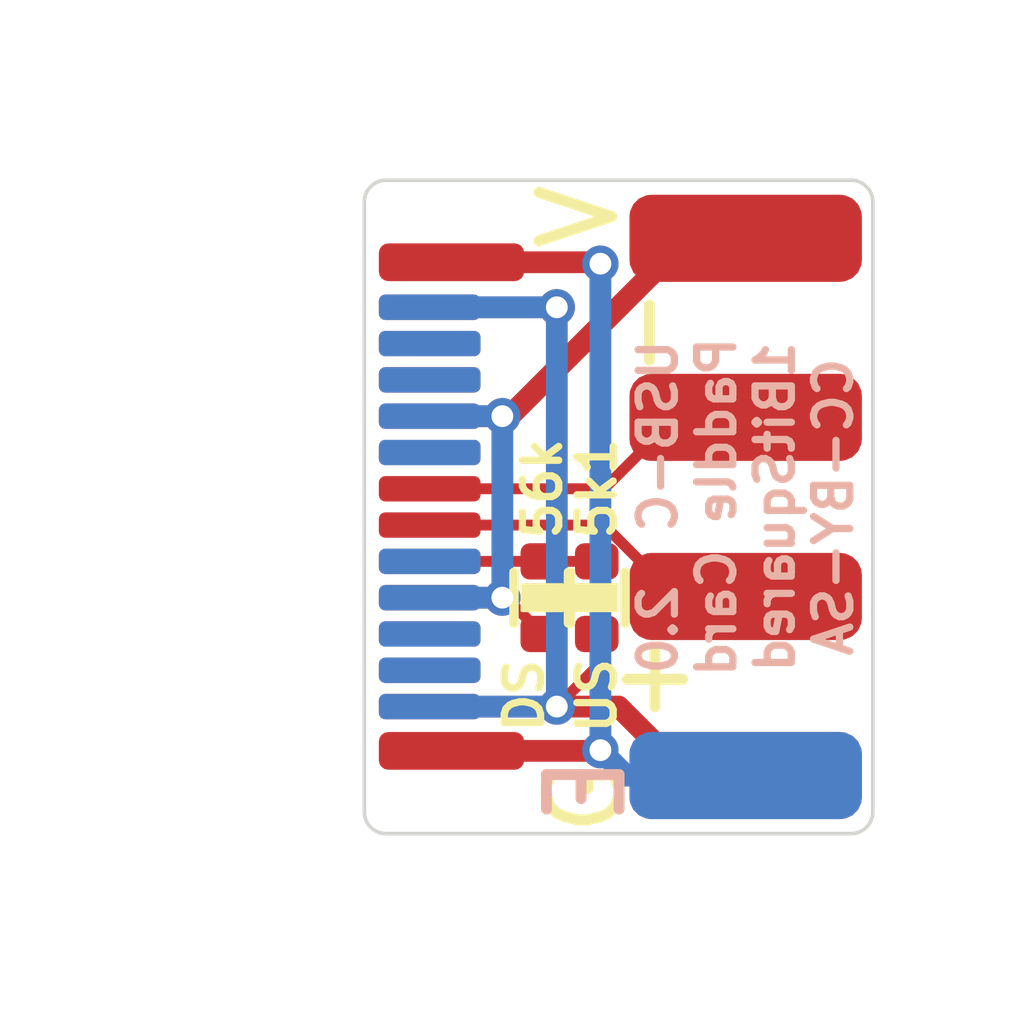
<source format=kicad_pcb>
(kicad_pcb (version 20221018) (generator pcbnew)
  (title_block (title "USB-C Paddle Card") (rev "R1") (company "1BitSquared") (comment 1 "(C) 2020 1BitSquared <info@1bitsquared.com>") (comment 2 "(C) 2020 Piotr Esden-Tempski <piotr@esden.net>"))
  (layers (0 "F.Cu" signal) (31 "B.Cu" signal) (34 "B.Paste" user) (35 "F.Paste" user) (36 "B.SilkS" user "B.Silkscreen") (37 "F.SilkS" user "F.Silkscreen") (38 "B.Mask" user) (39 "F.Mask" user) (44 "Edge.Cuts" user))
  (net 0 "")
  (net 1 "Earth")
  (net 2 "GND")
  (net 3 "Net-(J1-PadB11)")
  (net 4 "Net-(J1-PadB10)")
  (net 5 "VBUS")
  (net 6 "Net-(J1-PadB8)")
  (net 7 "Net-(J1-PadB5)")
  (net 8 "Net-(J1-PadB3)")
  (net 9 "Net-(J1-PadB2)")
  (net 10 "Net-(J1-PadA11)")
  (net 11 "Net-(J1-PadA10)")
  (net 12 "Net-(J1-PadA8)")
  (net 13 "Net-(J1-PadA5)")
  (net 14 "Net-(J1-PadA3)")
  (net 15 "Net-(J1-PadA2)")
  (net 16 "/D-")
  (net 17 "/D+")
  (footprint "pkl_pads:PAD_SMD_1.2x2.5" (layer "F.Cu") (at 34.6 33.7)
    (fp_text reference "P4")
    (fp_text value "PAD_SMD")
    (pad "1" smd roundrect (at -0.35 0) (size 3.2 1.2) (layers "F.Cu" "F.Mask") (net 2 "GND"))
  )
  (footprint "pkl_pads:PAD_SMD_1.2x2.5" (layer "F.Cu") (at 34.6 31.233332)
    (fp_text reference "P3")
    (fp_text value "PAD_SMD")
    (pad "1" smd roundrect (at -0.35 0) (size 3.2 1.2) (layers "F.Cu" "F.Mask") (net 17 "/D+"))
  )
  (footprint "pkl_pads:PAD_SMD_1.2x2.5" (layer "F.Cu") (at 34.6 26.3)
    (fp_text reference "P1")
    (fp_text value "PAD_SMD")
    (pad "1" smd roundrect (at -0.35 0) (size 3.2 1.2) (layers "F.Cu" "F.Mask") (net 5 "VBUS"))
  )
  (footprint "pkl_dipol:R_0402" (layer "F.Cu") (at 32.2 31.25 -90)
    (fp_text reference "R2")
    (fp_text value "5k1")
    (fp_line (start -0.35 -0.39) (end 0.35 -0.39) (stroke (width 0.13)) (layer "F.SilkS"))
    (fp_line (start 0.35 0.39) (end -0.35 0.39) (stroke (width 0.13)) (layer "F.SilkS"))
    (fp_poly (pts (xy -0.175 0.275) (xy -0.175 -0.275) (xy 0.175 -0.275) (xy 0.175 0.275) (xy -0.1 0.275)) (stroke (width 0.05)) (fill solid) (layer "F.SilkS"))
    (pad "1" smd roundrect (at -0.5 0 270) (size 0.5 0.6) (layers "F.Cu" "F.Paste" "F.Mask") (net 13 "Net-(J1-PadA5)"))
    (pad "2" smd roundrect (at 0.5 0 270) (size 0.5 0.6) (layers "F.Cu" "F.Paste" "F.Mask") (net 2 "GND"))
  )
  (footprint "pkl_connectors:USB_C_Plug_CNC_C-AW10-AK5V50" (layer "F.Cu") (at 30 30 90)
    (fp_text reference "J1")
    (fp_text value "USB_C_Receptacle")
    (pad "A1" smd roundrect (at -2.75 -0.1 90) (size 0.35 1.4) (layers "F.Cu" "F.Paste" "F.Mask") (net 2 "GND"))
    (pad "A2" smd roundrect (at -2.25 -0.1 90) (size 0.35 1.4) (layers "F.Cu" "F.Paste" "F.Mask") (net 15 "Net-(J1-PadA2)"))
    (pad "A3" smd roundrect (at -1.75 -0.1 90) (size 0.35 1.4) (layers "F.Cu" "F.Paste" "F.Mask") (net 14 "Net-(J1-PadA3)"))
    (pad "A4" smd roundrect (at -1.25 -0.1 90) (size 0.35 1.4) (layers "F.Cu" "F.Paste" "F.Mask") (net 5 "VBUS"))
    (pad "A5" smd roundrect (at -0.75 -0.1 90) (size 0.35 1.4) (layers "F.Cu" "F.Paste" "F.Mask") (net 13 "Net-(J1-PadA5)"))
    (pad "A6" smd roundrect (at -0.25 -0.1 90) (size 0.35 1.4) (layers "F.Cu" "F.Paste" "F.Mask") (net 17 "/D+"))
    (pad "A7" smd roundrect (at 0.25 -0.1 90) (size 0.35 1.4) (layers "F.Cu" "F.Paste" "F.Mask") (net 16 "/D-"))
    (pad "A8" smd roundrect (at 0.75 -0.1 90) (size 0.35 1.4) (layers "F.Cu" "F.Paste" "F.Mask") (net 12 "Net-(J1-PadA8)"))
    (pad "A9" smd roundrect (at 1.25 -0.1 90) (size 0.35 1.4) (layers "F.Cu" "F.Paste" "F.Mask") (net 5 "VBUS"))
    (pad "A10" smd roundrect (at 1.75 -0.1 90) (size 0.35 1.4) (layers "F.Cu" "F.Paste" "F.Mask") (net 11 "Net-(J1-PadA10)"))
    (pad "A11" smd roundrect (at 2.25 -0.1 90) (size 0.35 1.4) (layers "F.Cu" "F.Paste" "F.Mask") (net 10 "Net-(J1-PadA11)"))
    (pad "A12" smd roundrect (at 2.75 -0.1 90) (size 0.35 1.4) (layers "F.Cu" "F.Paste" "F.Mask") (net 2 "GND"))
    (pad "B1" smd roundrect (at 2.75 -0.1 90) (size 0.35 1.4) (layers "B.Cu" "B.Paste" "B.Mask") (net 2 "GND"))
    (pad "B2" smd roundrect (at 2.25 -0.1 90) (size 0.35 1.4) (layers "B.Cu" "B.Paste" "B.Mask") (net 9 "Net-(J1-PadB2)"))
    (pad "B3" smd roundrect (at 1.75 -0.1 90) (size 0.35 1.4) (layers "B.Cu" "B.Paste" "B.Mask") (net 8 "Net-(J1-PadB3)"))
    (pad "B4" smd roundrect (at 1.25 -0.1 90) (size 0.35 1.4) (layers "B.Cu" "B.Paste" "B.Mask") (net 5 "VBUS"))
    (pad "B5" smd roundrect (at 0.75 -0.1 90) (size 0.35 1.4) (layers "B.Cu" "B.Paste" "B.Mask") (net 7 "Net-(J1-PadB5)"))
    (pad "B8" smd roundrect (at -0.75 -0.1 90) (size 0.35 1.4) (layers "B.Cu" "B.Paste" "B.Mask") (net 6 "Net-(J1-PadB8)"))
    (pad "B9" smd roundrect (at -1.25 -0.1 90) (size 0.35 1.4) (layers "B.Cu" "B.Paste" "B.Mask") (net 5 "VBUS"))
    (pad "B10" smd roundrect (at -1.75 -0.1 90) (size 0.35 1.4) (layers "B.Cu" "B.Paste" "B.Mask") (net 4 "Net-(J1-PadB10)"))
    (pad "B11" smd roundrect (at -2.25 -0.1 90) (size 0.35 1.4) (layers "B.Cu" "B.Paste" "B.Mask") (net 3 "Net-(J1-PadB11)"))
    (pad "B12" smd roundrect (at -2.75 -0.1 90) (size 0.35 1.4) (layers "B.Cu" "B.Paste" "B.Mask") (net 2 "GND"))
    (pad "S1" smd roundrect (at -3.36 0.2 90) (size 0.52 2) (layers "F.Cu" "F.Paste" "F.Mask") (net 1 "Earth"))
    (pad "S1" smd roundrect (at 3.37 0.2 90) (size 0.52 2) (layers "F.Cu" "F.Paste" "F.Mask") (net 1 "Earth"))
  )
  (footprint "pkl_dipol:R_0402" (layer "F.Cu") (at 31.45 31.25 -90)
    (fp_text reference "R1")
    (fp_text value "56k")
    (fp_line (start -0.35 -0.39) (end 0.35 -0.39) (stroke (width 0.13)) (layer "F.SilkS"))
    (fp_line (start 0.35 0.39) (end -0.35 0.39) (stroke (width 0.13)) (layer "F.SilkS"))
    (fp_poly (pts (xy -0.175 0.275) (xy -0.175 -0.275) (xy 0.175 -0.275) (xy 0.175 0.275) (xy -0.1 0.275)) (stroke (width 0.05)) (fill solid) (layer "F.SilkS"))
    (pad "1" smd roundrect (at -0.5 0 270) (size 0.5 0.6) (layers "F.Cu" "F.Paste" "F.Mask") (net 13 "Net-(J1-PadA5)"))
    (pad "2" smd roundrect (at 0.5 0 270) (size 0.5 0.6) (layers "F.Cu" "F.Paste" "F.Mask") (net 5 "VBUS"))
  )
  (footprint "pkl_pads:PAD_SMD_1.2x2.5" (layer "F.Cu") (at 34.6 28.766666)
    (fp_text reference "P2")
    (fp_text value "PAD_SMD")
    (pad "1" smd roundrect (at -0.35 0) (size 3.2 1.2) (layers "F.Cu" "F.Mask") (net 16 "/D-"))
  )
  (footprint "pkl_pads:PAD_SMD_1.2x2.5" (layer "B.Cu") (at 34.6 33.7 180)
    (fp_text reference "P5")
    (fp_text value "PAD_SMD")
    (pad "1" smd roundrect (at 0.35 0 180) (size 3.2 1.2) (layers "B.Cu" "B.Mask") (net 1 "Earth"))
  )
  (gr_line (start 36 34.2) (end 36 25.8) (stroke (width 0.05)) (layer "Edge.Cuts"))
  (gr_arc (start 29.3 34.5) (mid 29.087868 34.412132) (end 29 34.2) (stroke (width 0.05)) (layer "Edge.Cuts"))
  (gr_arc (start 36 34.2) (mid 35.912132 34.412132) (end 35.7 34.5) (stroke (width 0.05)) (layer "Edge.Cuts"))
  (gr_line (start 29 34.2) (end 29 25.8) (stroke (width 0.05)) (layer "Edge.Cuts"))
  (gr_arc (start 29 25.8) (mid 29.087868 25.587868) (end 29.3 25.5) (stroke (width 0.05)) (layer "Edge.Cuts"))
  (gr_line (start 29.3 34.5) (end 35.7 34.5) (stroke (width 0.05)) (layer "Edge.Cuts"))
  (gr_line (start 29.3 25.5) (end 35.7 25.5) (stroke (width 0.05)) (layer "Edge.Cuts"))
  (gr_arc (start 35.7 25.5) (mid 35.912132 25.587868) (end 36 25.8) (stroke (width 0.05)) (layer "Edge.Cuts"))
  (gr_text "USB-C  2.0\nPaddle Card\n1BitSquared\nCC-BY-SA" (at 34.25 30 90) (layer "B.SilkS") (effects (font (size 0.5 0.5) (thickness 0.1)) (justify mirror)))
  (gr_text "E" (at 32.0525 33.9 90) (layer "B.SilkS") (effects (font (size 1 1)) (justify mirror)))
  (gr_text "V" (at 31.95 26 90) (layer "F.SilkS") (effects (font (size 1 1))))
  (gr_text "5k1" (at 32.2 29.75 90) (layer "F.SilkS") (effects (font (size 0.5 0.5) (thickness 0.1))))
  (gr_text "DS" (at 31.2 32.6 90) (layer "F.SilkS") (effects (font (size 0.5 0.5) (thickness 0.1))))
  (gr_text "G" (at 32.05 34 90) (layer "F.SilkS") (effects (font (size 1 1))))
  (gr_text "US" (at 32.2 32.6 90) (layer "F.SilkS") (effects (font (size 0.5 0.5) (thickness 0.1))))
  (gr_text "+\n" (at 33 32.3) (layer "F.SilkS") (effects (font (size 1 1))))
  (gr_text "56k" (at 31.45 29.75 90) (layer "F.SilkS") (effects (font (size 0.5 0.5) (thickness 0.1))))
  (gr_text "-" (at 32.85 27.6 90) (layer "F.SilkS") (effects (font (size 1 1))))
  (segment (start 32.25 26.65) (end 32.23 26.63) (width 0.3) (layer "F.Cu") (net 1))
  (segment (start 32.25 33.35) (end 32.24 33.36) (width 0.3) (layer "F.Cu") (net 1))
  (segment (start 32.24 33.36) (end 30.2 33.36) (width 0.3) (layer "F.Cu") (net 1))
  (segment (start 32.23 26.63) (end 30.2 26.63) (width 0.3) (layer "F.Cu") (net 1))
  (via (at 32.25 33.35) (size 0.5) (drill 0.3) (layers "F.Cu" "B.Cu") (net 1))
  (via (at 32.25 26.65) (size 0.5) (drill 0.3) (layers "F.Cu" "B.Cu") (net 1))
  (segment (start 32.25 33.35) (end 32.25 26.65) (width 0.3) (layer "B.Cu") (net 1))
  (segment (start 32.25 33.35) (end 32.6 33.7) (width 0.3) (layer "B.Cu") (net 1))
  (segment (start 32.6 33.7) (end 34.6 33.7) (width 0.3) (layer "B.Cu") (net 1))
  (segment (start 33.45 33.7) (end 34.6 33.7) (width 0.3) (layer "F.Cu") (net 2))
  (segment (start 29.9 27.25) (end 31.65 27.25) (width 0.3) (layer "F.Cu") (net 2))
  (segment (start 32.2 31.75) (end 32.2 32.2) (width 0.15) (layer "F.Cu") (net 2))
  (segment (start 29.9 32.75) (end 31.65 32.75) (width 0.3) (layer "F.Cu") (net 2))
  (segment (start 31.65 32.75) (end 32.5 32.75) (width 0.3) (layer "F.Cu") (net 2))
  (segment (start 32.2 32.2) (end 31.65 32.75) (width 0.15) (layer "F.Cu") (net 2))
  (segment (start 32.5 32.75) (end 33.45 33.7) (width 0.3) (layer "F.Cu") (net 2))
  (via (at 31.65 27.25) (size 0.5) (drill 0.3) (layers "F.Cu" "B.Cu") (net 2))
  (via (at 31.65 32.75) (size 0.5) (drill 0.3) (layers "F.Cu" "B.Cu") (net 2))
  (segment (start 31.65 27.25) (end 31.65 32.75) (width 0.3) (layer "B.Cu") (net 2))
  (segment (start 29.9 27.25) (end 31.65 27.25) (width 0.3) (layer "B.Cu") (net 2))
  (segment (start 29.9 32.75) (end 31.65 32.75) (width 0.3) (layer "B.Cu") (net 2))
  (segment (start 30.9 31.25) (end 30.95 31.25) (width 0.15) (layer "F.Cu") (net 5))
  (segment (start 30.9 28.75) (end 31 28.75) (width 0.3) (layer "F.Cu") (net 5))
  (segment (start 33.45 26.3) (end 34.6 26.3) (width 0.3) (layer "F.Cu") (net 5))
  (segment (start 29.9 28.75) (end 30.9 28.75) (width 0.3) (layer "F.Cu") (net 5))
  (segment (start 30.95 31.25) (end 31.45 31.75) (width 0.15) (layer "F.Cu") (net 5))
  (segment (start 31 28.75) (end 33.45 26.3) (width 0.3) (layer "F.Cu") (net 5))
  (segment (start 29.9 31.25) (end 30.9 31.25) (width 0.3) (layer "F.Cu") (net 5))
  (via (at 30.9 31.25) (size 0.5) (drill 0.3) (layers "F.Cu" "B.Cu") (net 5))
  (via (at 30.9 28.75) (size 0.5) (drill 0.3) (layers "F.Cu" "B.Cu") (net 5))
  (segment (start 29.9 28.75) (end 30.9 28.75) (width 0.3) (layer "B.Cu") (net 5))
  (segment (start 29.9 31.25) (end 30.9 31.25) (width 0.3) (layer "B.Cu") (net 5))
  (segment (start 29.9 31.25) (end 29.82499 31.25) (width 0.3) (layer "B.Cu") (net 5))
  (segment (start 30.9 28.75) (end 30.9 31.25) (width 0.3) (layer "B.Cu") (net 5))
  (segment (start 31.45 30.75) (end 32.2 30.75) (width 0.15) (layer "F.Cu") (net 13))
  (segment (start 29.9 30.75) (end 31.45 30.75) (width 0.15) (layer "F.Cu") (net 13))
  (segment (start 29.9 29.75) (end 32.3 29.75) (width 0.15) (layer "F.Cu") (net 16))
  (segment (start 32.3 29.75) (end 33.283334 28.766666) (width 0.15) (layer "F.Cu") (net 16))
  (segment (start 33.283334 28.766666) (end 34.6 28.766666) (width 0.15) (layer "F.Cu") (net 16))
  (segment (start 32.3 30.25) (end 33.283332 31.233332) (width 0.15) (layer "F.Cu") (net 17))
  (segment (start 29.9 30.25) (end 32.3 30.25) (width 0.15) (layer "F.Cu") (net 17))
  (segment (start 33.283332 31.233332) (end 34.6 31.233332) (width 0.15) (layer "F.Cu") (net 17))
)
</source>
